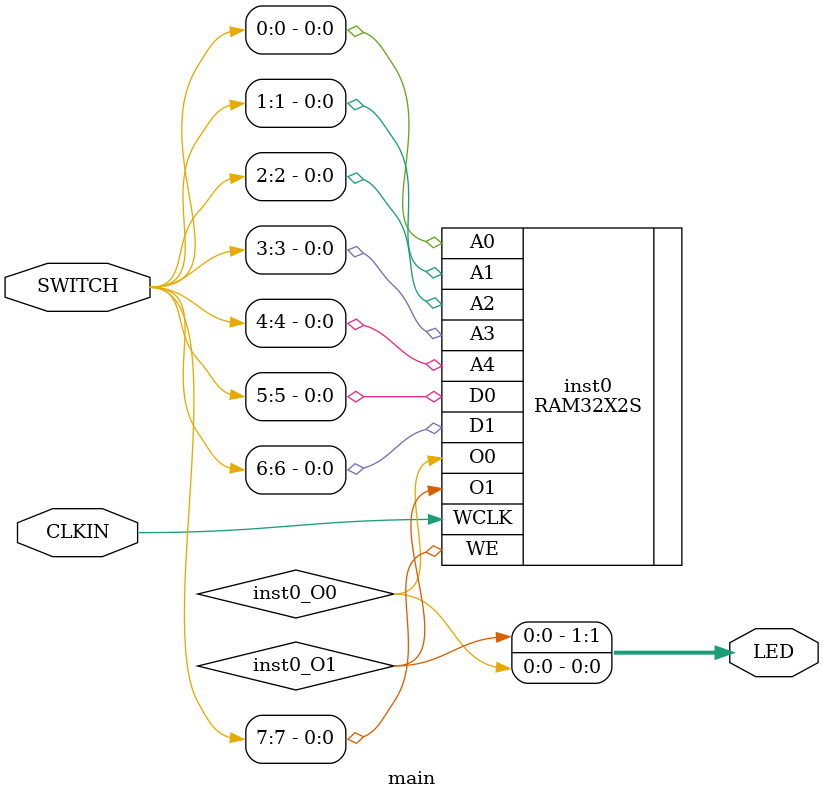
<source format=v>
module main (output [1:0] LED, input [7:0] SWITCH, input  CLKIN);
wire  inst0_O0;
wire  inst0_O1;
RAM32X2S #(.INIT_00(32'hAAAAAAAA), .INIT_01(32'h55555555)) inst0 (.A0(SWITCH[0]), .A1(SWITCH[1]), .A2(SWITCH[2]), .A3(SWITCH[3]), .A4(SWITCH[4]), .D0(SWITCH[5]), .D1(SWITCH[6]), .O0(inst0_O0), .O1(inst0_O1), .WE(SWITCH[7]), .WCLK(CLKIN));
assign LED = {inst0_O1,inst0_O0};
endmodule


</source>
